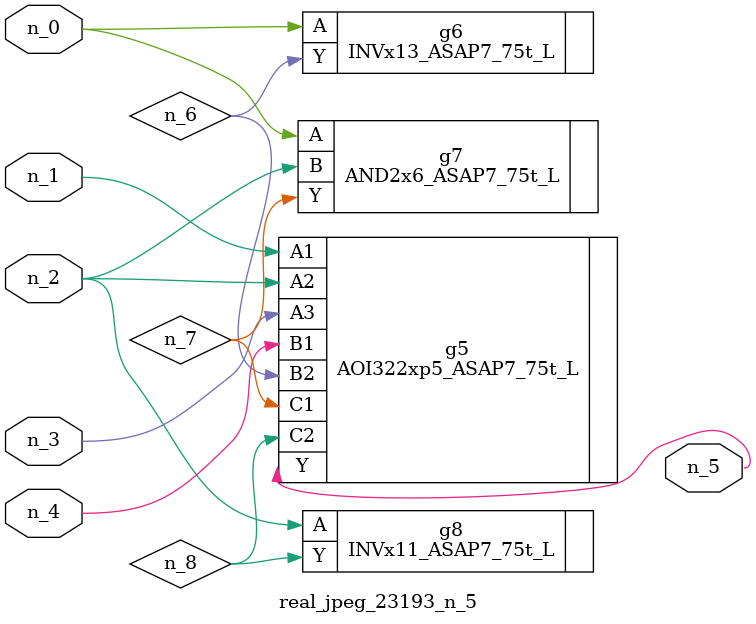
<source format=v>
module real_jpeg_23193_n_5 (n_4, n_0, n_1, n_2, n_3, n_5);

input n_4;
input n_0;
input n_1;
input n_2;
input n_3;

output n_5;

wire n_8;
wire n_6;
wire n_7;

INVx13_ASAP7_75t_L g6 ( 
.A(n_0),
.Y(n_6)
);

AND2x6_ASAP7_75t_L g7 ( 
.A(n_0),
.B(n_2),
.Y(n_7)
);

AOI322xp5_ASAP7_75t_L g5 ( 
.A1(n_1),
.A2(n_2),
.A3(n_3),
.B1(n_4),
.B2(n_6),
.C1(n_7),
.C2(n_8),
.Y(n_5)
);

INVx11_ASAP7_75t_L g8 ( 
.A(n_2),
.Y(n_8)
);


endmodule
</source>
